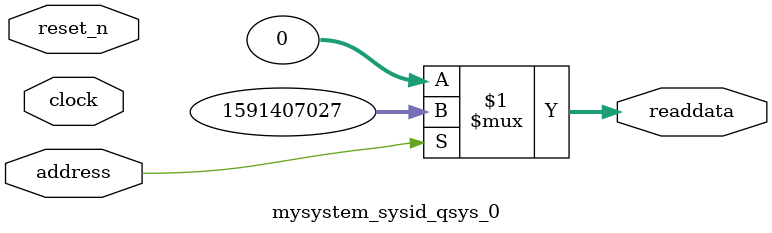
<source format=v>

`timescale 1ns / 1ps
// synthesis translate_on

// turn off superfluous verilog processor warnings 
// altera message_level Level1 
// altera message_off 10034 10035 10036 10037 10230 10240 10030 

module mysystem_sysid_qsys_0 (
               // inputs:
                address,
                clock,
                reset_n,

               // outputs:
                readdata
             )
;

  output  [ 31: 0] readdata;
  input            address;
  input            clock;
  input            reset_n;

  wire    [ 31: 0] readdata;
  //control_slave, which is an e_avalon_slave
  assign readdata = address ? 1591407027 : 0;

endmodule




</source>
